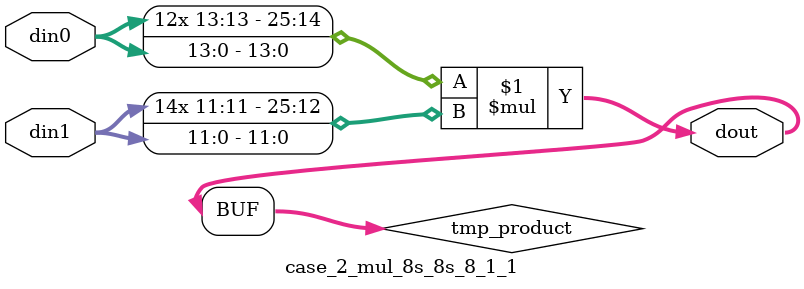
<source format=v>

`timescale 1 ns / 1 ps

 module case_2_mul_8s_8s_8_1_1(din0, din1, dout);
parameter ID = 1;
parameter NUM_STAGE = 0;
parameter din0_WIDTH = 14;
parameter din1_WIDTH = 12;
parameter dout_WIDTH = 26;

input [din0_WIDTH - 1 : 0] din0; 
input [din1_WIDTH - 1 : 0] din1; 
output [dout_WIDTH - 1 : 0] dout;

wire signed [dout_WIDTH - 1 : 0] tmp_product;



























assign tmp_product = $signed(din0) * $signed(din1);








assign dout = tmp_product;





















endmodule

</source>
